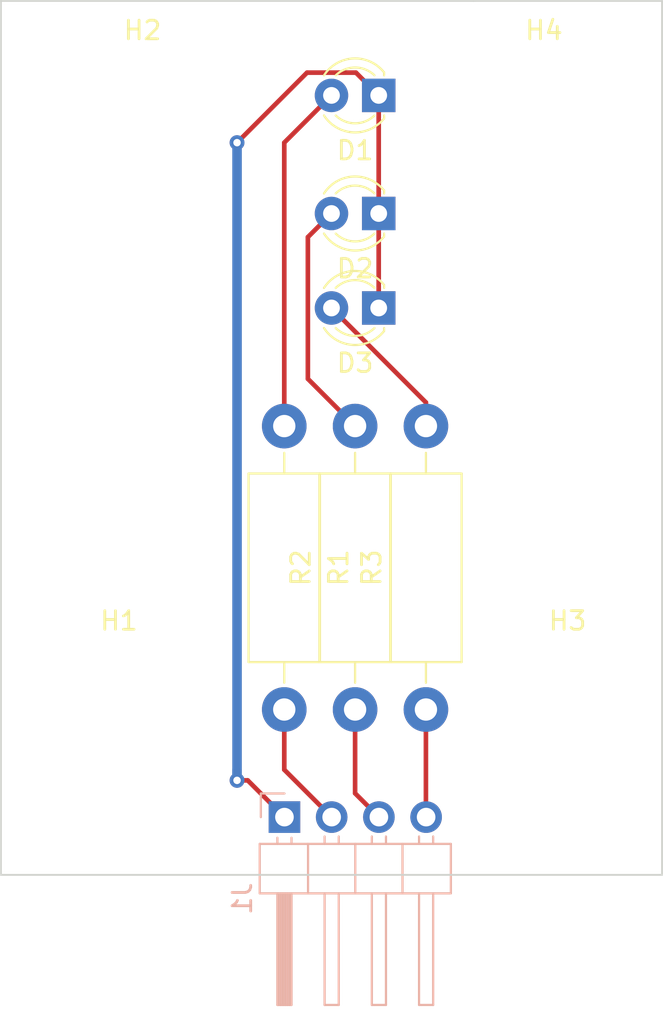
<source format=kicad_pcb>
(kicad_pcb (version 20211014) (generator pcbnew)
  (layers (0 "F.Cu" signal) (31 "B.Cu" signal) (34 "B.Paste" user) (35 "F.Paste" user) (36 "B.SilkS" user "B.Silkscreen") (37 "F.SilkS" user "F.Silkscreen") (38 "B.Mask" user) (39 "F.Mask" user) (44 "Edge.Cuts" user))
  (net 0 "")
  (net 1 "GND")
  (net 2 "Net-(D1-Pad2)")
  (net 3 "Net-(R2-Pad2)")
  (net 4 "Net-(D3-Pad2)")
  (net 5 "Net-(R1-Pad2)")
  (net 6 "Net-(R2-Pad1)")
  (net 7 "Net-(J1-Pad4)")
  (footprint "LED_THT:LED_D3.0mm" (layer "F.Cu") (at 163.83 66.04 180)
    (fp_text reference "D3" (at 1.27 -2.96) (layer "F.SilkS"))
    (fp_text value "LED")
    (fp_line (start -0.29 -1.236) (end -0.29 -1.08) (layer "F.SilkS") (width 0.12))
    (fp_line (start -0.29 1.08) (end -0.29 1.236) (layer "F.SilkS") (width 0.12))
    (fp_arc (start 0.229039 -1.08) (mid 1.270117 -1.5) (end 2.31113 -1.079837) (layer "F.SilkS") (width 0.12))
    (fp_arc (start 2.942335 1.078608) (mid 1.366487 1.987659) (end -0.29 1.235516) (layer "F.SilkS") (width 0.12))
    (fp_arc (start -0.29 -1.235516) (mid 1.366487 -1.987659) (end 2.942335 -1.078608) (layer "F.SilkS") (width 0.12))
    (fp_arc (start 2.31113 1.079837) (mid 1.270117 1.5) (end 0.229039 1.08) (layer "F.SilkS") (width 0.12))
    (pad "1" thru_hole rect (at 0 0 180) (size 1.8 1.8) (drill 0.9) (layers *.Cu *.Mask) (net 1 "GND"))
    (pad "2" thru_hole circle (at 2.54 0 180) (size 1.8 1.8) (drill 0.9) (layers *.Cu *.Mask) (net 4 "Net-(D3-Pad2)"))
  )
  (footprint "Resistor_THT:R_Axial_DIN0411_L9.9mm_D3.6mm_P15.24mm_Horizontal" (layer "F.Cu") (at 162.56 87.63 90)
    (fp_text reference "R2" (at 7.62 -2.92 90) (layer "F.SilkS"))
    (fp_text value "R")
    (fp_line (start 2.55 -1.92) (end 2.55 1.92) (layer "F.SilkS") (width 0.12))
    (fp_line (start 2.55 1.92) (end 12.69 1.92) (layer "F.SilkS") (width 0.12))
    (fp_line (start 1.44 0) (end 2.55 0) (layer "F.SilkS") (width 0.12))
    (fp_line (start 13.8 0) (end 12.69 0) (layer "F.SilkS") (width 0.12))
    (fp_line (start 12.69 1.92) (end 12.69 -1.92) (layer "F.SilkS") (width 0.12))
    (fp_line (start 12.69 -1.92) (end 2.55 -1.92) (layer "F.SilkS") (width 0.12))
    (pad "1" thru_hole circle (at 0 0 90) (size 2.4 2.4) (drill 1.2) (layers *.Cu *.Mask) (net 6 "Net-(R2-Pad1)"))
    (pad "2" thru_hole oval (at 15.24 0 90) (size 2.4 2.4) (drill 1.2) (layers *.Cu *.Mask) (net 3 "Net-(R2-Pad2)"))
  )
  (footprint "LED_THT:LED_D3.0mm" (layer "F.Cu") (at 163.83 54.61 180)
    (fp_text reference "D1" (at 1.27 -2.96) (layer "F.SilkS"))
    (fp_text value "LED")
    (fp_line (start -0.29 -1.236) (end -0.29 -1.08) (layer "F.SilkS") (width 0.12))
    (fp_line (start -0.29 1.08) (end -0.29 1.236) (layer "F.SilkS") (width 0.12))
    (fp_arc (start -0.29 -1.235516) (mid 1.366487 -1.987659) (end 2.942335 -1.078608) (layer "F.SilkS") (width 0.12))
    (fp_arc (start 2.942335 1.078608) (mid 1.366487 1.987659) (end -0.29 1.235516) (layer "F.SilkS") (width 0.12))
    (fp_arc (start 2.31113 1.079837) (mid 1.270117 1.5) (end 0.229039 1.08) (layer "F.SilkS") (width 0.12))
    (fp_arc (start 0.229039 -1.08) (mid 1.270117 -1.5) (end 2.31113 -1.079837) (layer "F.SilkS") (width 0.12))
    (pad "1" thru_hole rect (at 0 0 180) (size 1.8 1.8) (drill 0.9) (layers *.Cu *.Mask) (net 1 "GND"))
    (pad "2" thru_hole circle (at 2.54 0 180) (size 1.8 1.8) (drill 0.9) (layers *.Cu *.Mask) (net 2 "Net-(D1-Pad2)"))
  )
  (footprint "MountingHole:MountingHole_2.5mm" (layer "F.Cu") (at 151.13 54.61)
    (fp_text reference "H2" (at 0 -3.5) (layer "F.SilkS"))
    (fp_text value "MountingHole")
    (pad "" np_thru_hole circle (at 0 0) (size 2.5 2.5) (drill 2.5) (layers *.Cu *.Mask))
  )
  (footprint "Resistor_THT:R_Axial_DIN0411_L9.9mm_D3.6mm_P15.24mm_Horizontal" (layer "F.Cu") (at 166.37 87.63 90)
    (fp_text reference "R3" (at 7.62 -2.92 90) (layer "F.SilkS"))
    (fp_text value "R")
    (fp_line (start 12.69 1.92) (end 12.69 -1.92) (layer "F.SilkS") (width 0.12))
    (fp_line (start 2.55 1.92) (end 12.69 1.92) (layer "F.SilkS") (width 0.12))
    (fp_line (start 13.8 0) (end 12.69 0) (layer "F.SilkS") (width 0.12))
    (fp_line (start 2.55 -1.92) (end 2.55 1.92) (layer "F.SilkS") (width 0.12))
    (fp_line (start 12.69 -1.92) (end 2.55 -1.92) (layer "F.SilkS") (width 0.12))
    (fp_line (start 1.44 0) (end 2.55 0) (layer "F.SilkS") (width 0.12))
    (pad "1" thru_hole circle (at 0 0 90) (size 2.4 2.4) (drill 1.2) (layers *.Cu *.Mask) (net 7 "Net-(J1-Pad4)"))
    (pad "2" thru_hole oval (at 15.24 0 90) (size 2.4 2.4) (drill 1.2) (layers *.Cu *.Mask) (net 4 "Net-(D3-Pad2)"))
  )
  (footprint "MountingHole:MountingHole_2.5mm" (layer "F.Cu") (at 173.99 86.36)
    (fp_text reference "H3" (at 0 -3.5) (layer "F.SilkS"))
    (fp_text value "MountingHole")
    (pad "" np_thru_hole circle (at 0 0) (size 2.5 2.5) (drill 2.5) (layers *.Cu *.Mask))
  )
  (footprint "MountingHole:MountingHole_2.5mm" (layer "F.Cu") (at 149.86 86.36)
    (fp_text reference "H1" (at 0 -3.5) (layer "F.SilkS"))
    (fp_text value "MountingHole")
    (pad "" np_thru_hole circle (at 0 0) (size 2.5 2.5) (drill 2.5) (layers *.Cu *.Mask))
  )
  (footprint "LED_THT:LED_D3.0mm" (layer "F.Cu") (at 163.83 60.96 180)
    (fp_text reference "D2" (at 1.27 -2.96) (layer "F.SilkS"))
    (fp_text value "LED")
    (fp_line (start -0.29 1.08) (end -0.29 1.236) (layer "F.SilkS") (width 0.12))
    (fp_line (start -0.29 -1.236) (end -0.29 -1.08) (layer "F.SilkS") (width 0.12))
    (fp_arc (start 2.31113 1.079837) (mid 1.270117 1.5) (end 0.229039 1.08) (layer "F.SilkS") (width 0.12))
    (fp_arc (start 2.942335 1.078608) (mid 1.366487 1.987659) (end -0.29 1.235516) (layer "F.SilkS") (width 0.12))
    (fp_arc (start 0.229039 -1.08) (mid 1.270117 -1.5) (end 2.31113 -1.079837) (layer "F.SilkS") (width 0.12))
    (fp_arc (start -0.29 -1.235516) (mid 1.366487 -1.987659) (end 2.942335 -1.078608) (layer "F.SilkS") (width 0.12))
    (pad "1" thru_hole rect (at 0 0 180) (size 1.8 1.8) (drill 0.9) (layers *.Cu *.Mask) (net 1 "GND"))
    (pad "2" thru_hole circle (at 2.54 0 180) (size 1.8 1.8) (drill 0.9) (layers *.Cu *.Mask) (net 3 "Net-(R2-Pad2)"))
  )
  (footprint "Resistor_THT:R_Axial_DIN0411_L9.9mm_D3.6mm_P15.24mm_Horizontal" (layer "F.Cu") (at 158.75 72.39 -90)
    (fp_text reference "R1" (at 7.62 -2.92 90) (layer "F.SilkS"))
    (fp_text value "R")
    (fp_line (start 2.55 -1.92) (end 2.55 1.92) (layer "F.SilkS") (width 0.12))
    (fp_line (start 12.69 1.92) (end 12.69 -1.92) (layer "F.SilkS") (width 0.12))
    (fp_line (start 13.8 0) (end 12.69 0) (layer "F.SilkS") (width 0.12))
    (fp_line (start 1.44 0) (end 2.55 0) (layer "F.SilkS") (width 0.12))
    (fp_line (start 12.69 -1.92) (end 2.55 -1.92) (layer "F.SilkS") (width 0.12))
    (fp_line (start 2.55 1.92) (end 12.69 1.92) (layer "F.SilkS") (width 0.12))
    (pad "1" thru_hole circle (at 0 0 270) (size 2.4 2.4) (drill 1.2) (layers *.Cu *.Mask) (net 2 "Net-(D1-Pad2)"))
    (pad "2" thru_hole oval (at 15.24 0 270) (size 2.4 2.4) (drill 1.2) (layers *.Cu *.Mask) (net 5 "Net-(R1-Pad2)"))
  )
  (footprint "MountingHole:MountingHole_2.5mm" (layer "F.Cu") (at 172.72 54.61)
    (fp_text reference "H4" (at 0 -3.5) (layer "F.SilkS"))
    (fp_text value "MountingHole")
    (pad "" np_thru_hole circle (at 0 0) (size 2.5 2.5) (drill 2.5) (layers *.Cu *.Mask))
  )
  (footprint "Connector_PinHeader_2.54mm:PinHeader_1x04_P2.54mm_Horizontal" (layer "B.Cu") (at 158.76 93.415 -90)
    (fp_text reference "J1" (at 4.385 2.27 90) (layer "B.SilkS") (effects (justify mirror)))
    (fp_text value "Conn_01x04_Male")
    (fp_line (start 10.1 -5.46) (end 4.1 -5.46) (layer "B.SilkS") (width 0.12))
    (fp_line (start 4.1 -0.04) (end 10.1 -0.04) (layer "B.SilkS") (width 0.12))
    (fp_line (start 4.1 0.2) (end 10.1 0.2) (layer "B.SilkS") (width 0.12))
    (fp_line (start 4.1 0.38) (end 10.1 0.38) (layer "B.SilkS") (width 0.12))
    (fp_line (start 10.1 -2.92) (end 4.1 -2.92) (layer "B.SilkS") (width 0.12))
    (fp_line (start 1.042929 -2.16) (end 1.44 -2.16) (layer "B.SilkS") (width 0.12))
    (fp_line (start 4.1 -0.16) (end 10.1 -0.16) (layer "B.SilkS") (width 0.12))
    (fp_line (start 10.1 -4.7) (end 10.1 -5.46) (layer "B.SilkS") (width 0.12))
    (fp_line (start 1.042929 -4.7) (end 1.44 -4.7) (layer "B.SilkS") (width 0.12))
    (fp_line (start 1.042929 -5.46) (end 1.44 -5.46) (layer "B.SilkS") (width 0.12))
    (fp_line (start 1.44 1.33) (end 1.44 -8.95) (layer "B.SilkS") (width 0.12))
    (fp_line (start 1.44 -3.81) (end 4.1 -3.81) (layer "B.SilkS") (width 0.12))
    (fp_line (start -1.27 1.27) (end 0 1.27) (layer "B.SilkS") (width 0.12))
    (fp_line (start 1.11 -0.38) (end 1.44 -0.38) (layer "B.SilkS") (width 0.12))
    (fp_line (start 10.1 0.38) (end 10.1 -0.38) (layer "B.SilkS") (width 0.12))
    (fp_line (start 10.1 -2.16) (end 10.1 -2.92) (layer "B.SilkS") (width 0.12))
    (fp_line (start 10.1 -8) (end 4.1 -8) (layer "B.SilkS") (width 0.12))
    (fp_line (start 4.1 0.32) (end 10.1 0.32) (layer "B.SilkS") (width 0.12))
    (fp_line (start 4.1 -2.16) (end 10.1 -2.16) (layer "B.SilkS") (width 0.12))
    (fp_line (start 1.042929 -7.24) (end 1.44 -7.24) (layer "B.SilkS") (width 0.12))
    (fp_line (start 4.1 1.33) (end 1.44 1.33) (layer "B.SilkS") (width 0.12))
    (fp_line (start 10.1 -7.24) (end 10.1 -8) (layer "B.SilkS") (width 0.12))
    (fp_line (start 10.1 -0.38) (end 4.1 -0.38) (layer "B.SilkS") (width 0.12))
    (fp_line (start 1.44 -1.27) (end 4.1 -1.27) (layer "B.SilkS") (width 0.12))
    (fp_line (start 4.1 -4.7) (end 10.1 -4.7) (layer "B.SilkS") (width 0.12))
    (fp_line (start 4.1 -8.95) (end 4.1 1.33) (layer "B.SilkS") (width 0.12))
    (fp_line (start 1.44 -6.35) (end 4.1 -6.35) (layer "B.SilkS") (width 0.12))
    (fp_line (start 4.1 -7.24) (end 10.1 -7.24) (layer "B.SilkS") (width 0.12))
    (fp_line (start 4.1 -0.28) (end 10.1 -0.28) (layer "B.SilkS") (width 0.12))
    (fp_line (start 1.44 -8.95) (end 4.1 -8.95) (layer "B.SilkS") (width 0.12))
    (fp_line (start 4.1 0.08) (end 10.1 0.08) (layer "B.SilkS") (width 0.12))
    (fp_line (start 1.042929 -8) (end 1.44 -8) (layer "B.SilkS") (width 0.12))
    (fp_line (start -1.27 0) (end -1.27 1.27) (layer "B.SilkS") (width 0.12))
    (fp_line (start 1.042929 -2.92) (end 1.44 -2.92) (layer "B.SilkS") (width 0.12))
    (fp_line (start 1.11 0.38) (end 1.44 0.38) (layer "B.SilkS") (width 0.12))
    (pad "1" thru_hole rect (at 0 0 270) (size 1.7 1.7) (drill 1) (layers *.Cu *.Mask) (net 1 "GND"))
    (pad "2" thru_hole oval (at 0 -2.54 270) (size 1.7 1.7) (drill 1) (layers *.Cu *.Mask) (net 5 "Net-(R1-Pad2)"))
    (pad "3" thru_hole oval (at 0 -5.08 270) (size 1.7 1.7) (drill 1) (layers *.Cu *.Mask) (net 6 "Net-(R2-Pad1)"))
    (pad "4" thru_hole oval (at 0 -7.62 270) (size 1.7 1.7) (drill 1) (layers *.Cu *.Mask) (net 7 "Net-(J1-Pad4)"))
  )
  (gr_line (start 168.91 49.53) (end 179.07 49.53) (layer "Edge.Cuts") (width 0.1))
  (gr_line (start 179.07 49.53) (end 179.07 96.52) (layer "Edge.Cuts") (width 0.1))
  (gr_line (start 179.07 96.52) (end 143.51 96.52) (layer "Edge.Cuts") (width 0.1))
  (gr_line (start 143.51 49.53) (end 168.91 49.53) (layer "Edge.Cuts") (width 0.1))
  (gr_line (start 143.51 96.52) (end 143.51 49.53) (layer "Edge.Cuts") (width 0.1))
  (segment (start 159.974511 53.385489) (end 156.21 57.15) (width 0.25) (layer "F.Cu") (net 1))
  (segment (start 163.83 66.04) (end 163.83 60.96) (width 0.25) (layer "F.Cu") (net 1))
  (segment (start 158.76 93.415) (end 156.785 91.44) (width 0.25) (layer "F.Cu") (net 1))
  (segment (start 163.83 60.96) (end 163.83 54.61) (width 0.25) (layer "F.Cu") (net 1))
  (segment (start 163.83 54.61) (end 162.605489 53.385489) (width 0.25) (layer "F.Cu") (net 1))
  (segment (start 156.785 91.44) (end 156.21 91.44) (width 0.25) (layer "F.Cu") (net 1))
  (segment (start 162.605489 53.385489) (end 159.974511 53.385489) (width 0.25) (layer "F.Cu") (net 1))
  (via (at 156.21 57.15) (size 0.8) (drill 0.4) (layers "F.Cu" "B.Cu") (net 1))
  (via (at 156.21 91.44) (size 0.8) (drill 0.4) (layers "F.Cu" "B.Cu") (net 1))
  (segment (start 156.21 91.44) (end 156.21 90.865) (width 0.513098) (layer "B.Cu") (net 1))
  (segment (start 156.21 57.15) (end 156.21 91.44) (width 0.513098) (layer "B.Cu") (net 1))
  (segment (start 161.29 54.61) (end 158.75 57.15) (width 0.25) (layer "F.Cu") (net 2))
  (segment (start 158.75 57.15) (end 158.75 72.39) (width 0.25) (layer "F.Cu") (net 2))
  (segment (start 160.02 62.23) (end 160.02 69.85) (width 0.25) (layer "F.Cu") (net 3))
  (segment (start 160.02 69.85) (end 162.56 72.39) (width 0.25) (layer "F.Cu") (net 3))
  (segment (start 161.29 60.96) (end 160.02 62.23) (width 0.25) (layer "F.Cu") (net 3))
  (segment (start 166.37 71.12) (end 166.37 72.39) (width 0.25) (layer "F.Cu") (net 4))
  (segment (start 161.29 66.04) (end 166.37 71.12) (width 0.25) (layer "F.Cu") (net 4))
  (segment (start 158.75 87.63) (end 158.75 90.865) (width 0.25) (layer "F.Cu") (net 5))
  (segment (start 158.75 90.865) (end 161.3 93.415) (width 0.25) (layer "F.Cu") (net 5))
  (segment (start 162.56 87.63) (end 162.56 92.135) (width 0.25) (layer "F.Cu") (net 6))
  (segment (start 162.56 92.135) (end 163.84 93.415) (width 0.25) (layer "F.Cu") (net 6))
  (segment (start 166.37 87.63) (end 166.37 93.405) (width 0.25) (layer "F.Cu") (net 7))
  (segment (start 166.37 93.405) (end 166.38 93.415) (width 0.25) (layer "F.Cu") (net 7))
)
</source>
